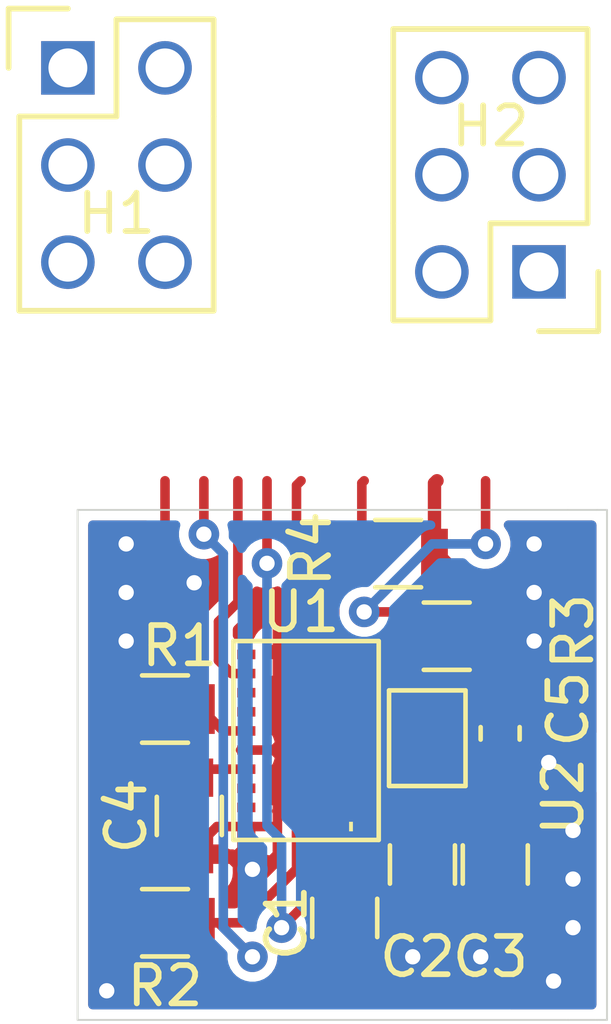
<source format=kicad_pcb>
(kicad_pcb (version 20171130) (host pcbnew "(5.1.7)-1")

  (general
    (thickness 1.6)
    (drawings 8)
    (tracks 137)
    (zones 0)
    (modules 13)
    (nets 25)
  )

  (page A4)
  (layers
    (0 F.Cu signal)
    (31 B.Cu signal)
    (32 B.Adhes user)
    (33 F.Adhes user)
    (34 B.Paste user)
    (35 F.Paste user)
    (36 B.SilkS user)
    (37 F.SilkS user)
    (38 B.Mask user)
    (39 F.Mask user)
    (40 Dwgs.User user)
    (41 Cmts.User user)
    (42 Eco1.User user)
    (43 Eco2.User user)
    (44 Edge.Cuts user)
    (45 Margin user)
    (46 B.CrtYd user)
    (47 F.CrtYd user)
    (48 B.Fab user)
    (49 F.Fab user hide)
  )

  (setup
    (last_trace_width 0.25)
    (trace_clearance 0.2)
    (zone_clearance 0.25)
    (zone_45_only no)
    (trace_min 0.2)
    (via_size 0.8)
    (via_drill 0.4)
    (via_min_size 0.4)
    (via_min_drill 0.3)
    (uvia_size 0.3)
    (uvia_drill 0.1)
    (uvias_allowed no)
    (uvia_min_size 0.2)
    (uvia_min_drill 0.1)
    (edge_width 0.05)
    (segment_width 0.2)
    (pcb_text_width 0.3)
    (pcb_text_size 1.5 1.5)
    (mod_edge_width 0.12)
    (mod_text_size 1 1)
    (mod_text_width 0.15)
    (pad_size 1.524 1.524)
    (pad_drill 0.762)
    (pad_to_mask_clearance 0)
    (aux_axis_origin 0 0)
    (grid_origin 137.541 90.297)
    (visible_elements 7FFFFFFF)
    (pcbplotparams
      (layerselection 0x010fc_ffffffff)
      (usegerberextensions false)
      (usegerberattributes true)
      (usegerberadvancedattributes true)
      (creategerberjobfile true)
      (excludeedgelayer true)
      (linewidth 0.100000)
      (plotframeref false)
      (viasonmask false)
      (mode 1)
      (useauxorigin false)
      (hpglpennumber 1)
      (hpglpenspeed 20)
      (hpglpendiameter 15.000000)
      (psnegative false)
      (psa4output false)
      (plotreference true)
      (plotvalue true)
      (plotinvisibletext false)
      (padsonsilk false)
      (subtractmaskfromsilk false)
      (outputformat 1)
      (mirror false)
      (drillshape 1)
      (scaleselection 1)
      (outputdirectory ""))
  )

  (net 0 "")
  (net 1 GND)
  (net 2 VDD)
  (net 3 VDDIO)
  (net 4 "Net-(C4-Pad1)")
  (net 5 OptionalOSCoutput)
  (net 6 nBOOT_LOAD_PIN)
  (net 7 INT)
  (net 8 nRESET)
  (net 9 OptionalOSCinput)
  (net 10 SDA)
  (net 11 SCL)
  (net 12 COM3)
  (net 13 "Net-(U1-Pad7)")
  (net 14 "Net-(U1-Pad8)")
  (net 15 "Net-(U1-Pad12)")
  (net 16 "Net-(U1-Pad13)")
  (net 17 "Net-(U1-Pad1)")
  (net 18 "Net-(U1-Pad24)")
  (net 19 "Net-(U1-Pad23)")
  (net 20 "Net-(U1-Pad22)")
  (net 21 "Net-(U1-Pad21)")
  (net 22 "Net-(H1-Pad2)")
  (net 23 "Net-(H1-Pad4)")
  (net 24 "Net-(H1-Pad6)")

  (net_class Default "This is the default net class."
    (clearance 0.2)
    (trace_width 0.25)
    (via_dia 0.8)
    (via_drill 0.4)
    (uvia_dia 0.3)
    (uvia_drill 0.1)
    (add_net COM3)
    (add_net GND)
    (add_net INT)
    (add_net "Net-(C4-Pad1)")
    (add_net "Net-(H1-Pad2)")
    (add_net "Net-(H1-Pad4)")
    (add_net "Net-(H1-Pad6)")
    (add_net "Net-(U1-Pad1)")
    (add_net "Net-(U1-Pad12)")
    (add_net "Net-(U1-Pad13)")
    (add_net "Net-(U1-Pad21)")
    (add_net "Net-(U1-Pad22)")
    (add_net "Net-(U1-Pad23)")
    (add_net "Net-(U1-Pad24)")
    (add_net "Net-(U1-Pad7)")
    (add_net "Net-(U1-Pad8)")
    (add_net OptionalOSCinput)
    (add_net OptionalOSCoutput)
    (add_net SCL)
    (add_net SDA)
    (add_net VDD)
    (add_net nBOOT_LOAD_PIN)
    (add_net nRESET)
  )

  (net_class VDDIO ""
    (clearance 0.2)
    (trace_width 0.35)
    (via_dia 1)
    (via_drill 0.4)
    (uvia_dia 0.3)
    (uvia_drill 0.1)
    (add_net VDDIO)
  )

  (module ASDK2-32.768KHZ-LR-T3:ASDK2-32.768KHZ-LR-T3 (layer F.Cu) (tedit 5FA4BF2A) (tstamp 5FA58398)
    (at 153.67 90.17 270)
    (path /5FA4E8B7)
    (fp_text reference U2 (at 1.524 -3.556 270) (layer F.SilkS)
      (effects (font (size 1 1) (thickness 0.15)))
    )
    (fp_text value ASDMB-xxxMHz (at 0.5 -4.25 270) (layer F.Fab)
      (effects (font (size 1 1) (thickness 0.15)))
    )
    (fp_line (start -1.25 -1) (end 1.25 -1) (layer F.SilkS) (width 0.12))
    (fp_line (start 1.25 -1) (end 1.25 1) (layer F.SilkS) (width 0.12))
    (fp_line (start 1.25 1) (end -1.25 1) (layer F.SilkS) (width 0.12))
    (fp_line (start -1.25 1) (end -1.25 -1) (layer F.SilkS) (width 0.12))
    (pad 4 smd rect (at -0.8125 0.6125 270) (size 1 0.9) (layers F.Cu F.Paste F.Mask)
      (net 3 VDDIO))
    (pad 3 smd rect (at 0.8125 0.6125 270) (size 1 0.9) (layers F.Cu F.Paste F.Mask)
      (net 9 OptionalOSCinput))
    (pad 2 smd rect (at 0.8125 -0.6125 270) (size 1 0.9) (layers F.Cu F.Paste F.Mask)
      (net 1 GND))
    (pad 1 smd rect (at -0.8125 -0.6125 270) (size 1 0.9) (layers F.Cu F.Paste F.Mask)
      (net 3 VDDIO))
  )

  (module footprints:C_0603_1608Metric (layer F.Cu) (tedit 5FA4BFBE) (tstamp 5FA58274)
    (at 155.575 90.043 90)
    (descr "Capacitor SMD 0603 (1608 Metric), square (rectangular) end terminal, IPC_7351 nominal, (Body size source: http://www.tortai-tech.com/upload/download/2011102023233369053.pdf), generated with kicad-footprint-generator")
    (tags capacitor)
    (path /5FA6257B)
    (attr smd)
    (fp_text reference C5 (at 0.635 1.778 90) (layer F.SilkS)
      (effects (font (size 1 1) (thickness 0.15)))
    )
    (fp_text value 0.01u (at 0 1.43 90) (layer F.Fab)
      (effects (font (size 1 1) (thickness 0.15)))
    )
    (fp_line (start 1.48 0.73) (end -1.48 0.73) (layer F.CrtYd) (width 0.05))
    (fp_line (start 1.48 -0.73) (end 1.48 0.73) (layer F.CrtYd) (width 0.05))
    (fp_line (start -1.48 -0.73) (end 1.48 -0.73) (layer F.CrtYd) (width 0.05))
    (fp_line (start -1.48 0.73) (end -1.48 -0.73) (layer F.CrtYd) (width 0.05))
    (fp_line (start -0.162779 0.51) (end 0.162779 0.51) (layer F.SilkS) (width 0.12))
    (fp_line (start -0.162779 -0.51) (end 0.162779 -0.51) (layer F.SilkS) (width 0.12))
    (fp_line (start 0.8 0.4) (end -0.8 0.4) (layer F.Fab) (width 0.1))
    (fp_line (start 0.8 -0.4) (end 0.8 0.4) (layer F.Fab) (width 0.1))
    (fp_line (start -0.8 -0.4) (end 0.8 -0.4) (layer F.Fab) (width 0.1))
    (fp_line (start -0.8 0.4) (end -0.8 -0.4) (layer F.Fab) (width 0.1))
    (fp_text user %R (at 0 0 90) (layer F.Fab)
      (effects (font (size 0.4 0.4) (thickness 0.06)))
    )
    (pad 2 smd roundrect (at 0.7875 0 90) (size 0.875 0.95) (layers F.Cu F.Paste F.Mask) (roundrect_rratio 0.25)
      (net 3 VDDIO))
    (pad 1 smd roundrect (at -0.7875 0 90) (size 0.875 0.95) (layers F.Cu F.Paste F.Mask) (roundrect_rratio 0.25)
      (net 1 GND))
    (model ${KISYS3DMOD}/Capacitor_SMD.3dshapes/C_0603_1608Metric.wrl
      (at (xyz 0 0 0))
      (scale (xyz 1 1 1))
      (rotate (xyz 0 0 0))
    )
  )

  (module BNO055:BNO055 (layer F.Cu) (tedit 5FA4BFAB) (tstamp 5F92933E)
    (at 152.4 87.63 270)
    (path /5F88CBB6)
    (fp_text reference U1 (at -0.762 2.032 180) (layer F.SilkS)
      (effects (font (size 1 1) (thickness 0.15)))
    )
    (fp_text value BNO055 (at 2.54 1.905 90) (layer F.Fab)
      (effects (font (size 1 1) (thickness 0.15)))
    )
    (fp_line (start 0 3.8) (end 0 0) (layer F.SilkS) (width 0.12))
    (fp_line (start 5.2 3.8) (end 0 3.8) (layer F.SilkS) (width 0.12))
    (fp_line (start 5.2 0) (end 5.2 3.8) (layer F.SilkS) (width 0.12))
    (fp_line (start 0 0) (end 5.2 0) (layer F.SilkS) (width 0.12))
    (pad 0 smd rect (at 4.85 0.725 270) (size 0.25 0.1) (layers F.SilkS))
    (pad 5 smd rect (at 4.9125 2.65 90) (size 0.375 0.25) (layers F.Cu F.Paste F.Mask)
      (net 1 GND))
    (pad 6 smd rect (at 4.85 3.4625 90) (size 0.25 0.475) (layers F.Cu F.Paste F.Mask)
      (net 1 GND))
    (pad 7 smd rect (at 4.35 3.4625 90) (size 0.25 0.475) (layers F.Cu F.Paste F.Mask)
      (net 13 "Net-(U1-Pad7)"))
    (pad 8 smd rect (at 3.85 3.4625 90) (size 0.25 0.475) (layers F.Cu F.Paste F.Mask)
      (net 14 "Net-(U1-Pad8)"))
    (pad 9 smd rect (at 3.35 3.4625 90) (size 0.25 0.475) (layers F.Cu F.Paste F.Mask)
      (net 4 "Net-(C4-Pad1)"))
    (pad 10 smd rect (at 2.85 3.4625 90) (size 0.25 0.475) (layers F.Cu F.Paste F.Mask)
      (net 1 GND))
    (pad 11 smd rect (at 2.35 3.4625 90) (size 0.25 0.475) (layers F.Cu F.Paste F.Mask)
      (net 8 nRESET))
    (pad 12 smd rect (at 1.85 3.4625 90) (size 0.25 0.475) (layers F.Cu F.Paste F.Mask)
      (net 15 "Net-(U1-Pad12)"))
    (pad 13 smd rect (at 1.35 3.4625 90) (size 0.25 0.475) (layers F.Cu F.Paste F.Mask)
      (net 16 "Net-(U1-Pad13)"))
    (pad 14 smd rect (at 0.85 3.4625 90) (size 0.25 0.475) (layers F.Cu F.Paste F.Mask)
      (net 7 INT))
    (pad 15 smd rect (at 0.35 3.4625 90) (size 0.25 0.475) (layers F.Cu F.Paste F.Mask))
    (pad 4 smd rect (at 4.9125 2.15 90) (size 0.375 0.25) (layers F.Cu F.Paste F.Mask)
      (net 6 nBOOT_LOAD_PIN))
    (pad 3 smd rect (at 4.9125 1.65 90) (size 0.375 0.25) (layers F.Cu F.Paste F.Mask)
      (net 2 VDD))
    (pad 2 smd rect (at 4.9125 1.15 90) (size 0.375 0.25) (layers F.Cu F.Paste F.Mask)
      (net 1 GND))
    (pad 16 smd rect (at 0.2875 2.65 270) (size 0.375 0.25) (layers F.Cu F.Paste F.Mask)
      (net 1 GND))
    (pad 17 smd rect (at 0.2875 2.15 270) (size 0.375 0.25) (layers F.Cu F.Paste F.Mask)
      (net 12 COM3))
    (pad 18 smd rect (at 0.2875 1.65 270) (size 0.375 0.25) (layers F.Cu F.Paste F.Mask)
      (net 1 GND))
    (pad 1 smd rect (at 4.85 0.3375 270) (size 0.25 0.475) (layers F.Cu F.Paste F.Mask)
      (net 17 "Net-(U1-Pad1)"))
    (pad 28 smd rect (at 4.35 0.3375 270) (size 0.25 0.475) (layers F.Cu F.Paste F.Mask)
      (net 3 VDDIO))
    (pad 27 smd rect (at 3.85 0.3375 270) (size 0.25 0.475) (layers F.Cu F.Paste F.Mask)
      (net 9 OptionalOSCinput))
    (pad 26 smd rect (at 3.35 0.3375 270) (size 0.25 0.475) (layers F.Cu F.Paste F.Mask)
      (net 5 OptionalOSCoutput))
    (pad 25 smd rect (at 2.85 0.3375 270) (size 0.25 0.475) (layers F.Cu F.Paste F.Mask)
      (net 1 GND))
    (pad 24 smd rect (at 2.35 0.3375 270) (size 0.25 0.475) (layers F.Cu F.Paste F.Mask)
      (net 18 "Net-(U1-Pad24)"))
    (pad 23 smd rect (at 1.85 0.3375 270) (size 0.25 0.475) (layers F.Cu F.Paste F.Mask)
      (net 19 "Net-(U1-Pad23)"))
    (pad 22 smd rect (at 1.35 0.3375 270) (size 0.25 0.475) (layers F.Cu F.Paste F.Mask)
      (net 20 "Net-(U1-Pad22)"))
    (pad 21 smd rect (at 0.85 0.3375 270) (size 0.25 0.475) (layers F.Cu F.Paste F.Mask)
      (net 21 "Net-(U1-Pad21)"))
    (pad 20 smd rect (at 0.35 0.3375 270) (size 0.25 0.475) (layers F.Cu F.Paste F.Mask)
      (net 10 SDA))
    (pad 19 smd rect (at 0.2875 1.15 270) (size 0.375 0.25) (layers F.Cu F.Paste F.Mask)
      (net 11 SCL))
  )

  (module footprints:C_0805_OEM (layer F.Cu) (tedit 5FA4C017) (tstamp 5F92927B)
    (at 151.511 94.869 270)
    (descr "Capacitor SMD 0805, reflow soldering, AVX (see smccp.pdf)")
    (tags "capacitor 0805")
    (path /5F891443)
    (attr smd)
    (fp_text reference C1 (at 0.127 1.524 90) (layer F.SilkS)
      (effects (font (size 1 1) (thickness 0.15)))
    )
    (fp_text value 100nF (at 0 1.75 270) (layer F.Fab) hide
      (effects (font (size 1 1) (thickness 0.15)))
    )
    (fp_line (start -1 0.62) (end -1 -0.62) (layer F.Fab) (width 0.1))
    (fp_line (start 1 0.62) (end -1 0.62) (layer F.Fab) (width 0.1))
    (fp_line (start 1 -0.62) (end 1 0.62) (layer F.Fab) (width 0.1))
    (fp_line (start -1 -0.62) (end 1 -0.62) (layer F.Fab) (width 0.1))
    (fp_line (start 0.5 -0.85) (end -0.5 -0.85) (layer F.SilkS) (width 0.12))
    (fp_line (start -0.5 0.85) (end 0.5 0.85) (layer F.SilkS) (width 0.12))
    (fp_line (start -1.75 -0.88) (end 1.75 -0.88) (layer F.CrtYd) (width 0.05))
    (fp_line (start -1.75 -0.88) (end -1.75 0.87) (layer F.CrtYd) (width 0.05))
    (fp_line (start 1.75 0.87) (end 1.75 -0.88) (layer F.CrtYd) (width 0.05))
    (fp_line (start 1.75 0.87) (end -1.75 0.87) (layer F.CrtYd) (width 0.05))
    (pad 2 smd rect (at 1 0 270) (size 1 1.25) (layers F.Cu F.Paste F.Mask)
      (net 1 GND))
    (pad 1 smd rect (at -1 0 270) (size 1 1.25) (layers F.Cu F.Paste F.Mask)
      (net 2 VDD))
    (model /home/josh/Formula/OEM_Preferred_Parts/3DModels/C_0805_OEM/C_0805.wrl
      (at (xyz 0 0 0))
      (scale (xyz 1 1 1))
      (rotate (xyz 0 0 0))
    )
  )

  (module footprints:C_0805_OEM (layer F.Cu) (tedit 5FA4C02A) (tstamp 5F92BE6C)
    (at 153.543 93.472 90)
    (descr "Capacitor SMD 0805, reflow soldering, AVX (see smccp.pdf)")
    (tags "capacitor 0805")
    (path /5F88FAE1)
    (attr smd)
    (fp_text reference C2 (at -2.413 -0.127 180) (layer F.SilkS)
      (effects (font (size 1 1) (thickness 0.15)))
    )
    (fp_text value 6.8nF (at 0 1.75 90) (layer F.Fab) hide
      (effects (font (size 1 1) (thickness 0.15)))
    )
    (fp_line (start -1 0.62) (end -1 -0.62) (layer F.Fab) (width 0.1))
    (fp_line (start 1 0.62) (end -1 0.62) (layer F.Fab) (width 0.1))
    (fp_line (start 1 -0.62) (end 1 0.62) (layer F.Fab) (width 0.1))
    (fp_line (start -1 -0.62) (end 1 -0.62) (layer F.Fab) (width 0.1))
    (fp_line (start 0.5 -0.85) (end -0.5 -0.85) (layer F.SilkS) (width 0.12))
    (fp_line (start -0.5 0.85) (end 0.5 0.85) (layer F.SilkS) (width 0.12))
    (fp_line (start -1.75 -0.88) (end 1.75 -0.88) (layer F.CrtYd) (width 0.05))
    (fp_line (start -1.75 -0.88) (end -1.75 0.87) (layer F.CrtYd) (width 0.05))
    (fp_line (start 1.75 0.87) (end 1.75 -0.88) (layer F.CrtYd) (width 0.05))
    (fp_line (start 1.75 0.87) (end -1.75 0.87) (layer F.CrtYd) (width 0.05))
    (pad 2 smd rect (at 1 0 90) (size 1 1.25) (layers F.Cu F.Paste F.Mask)
      (net 3 VDDIO))
    (pad 1 smd rect (at -1 0 90) (size 1 1.25) (layers F.Cu F.Paste F.Mask)
      (net 1 GND))
    (model /home/josh/Formula/OEM_Preferred_Parts/3DModels/C_0805_OEM/C_0805.wrl
      (at (xyz 0 0 0))
      (scale (xyz 1 1 1))
      (rotate (xyz 0 0 0))
    )
  )

  (module footprints:C_0805_OEM (layer F.Cu) (tedit 5FA4C02D) (tstamp 5F92929B)
    (at 155.448 93.472 90)
    (descr "Capacitor SMD 0805, reflow soldering, AVX (see smccp.pdf)")
    (tags "capacitor 0805")
    (path /5F891168)
    (attr smd)
    (fp_text reference C3 (at -2.413 -0.127 180) (layer F.SilkS)
      (effects (font (size 1 1) (thickness 0.15)))
    )
    (fp_text value 120nF (at 0 1.75 90) (layer F.Fab) hide
      (effects (font (size 1 1) (thickness 0.15)))
    )
    (fp_line (start 1.75 0.87) (end -1.75 0.87) (layer F.CrtYd) (width 0.05))
    (fp_line (start 1.75 0.87) (end 1.75 -0.88) (layer F.CrtYd) (width 0.05))
    (fp_line (start -1.75 -0.88) (end -1.75 0.87) (layer F.CrtYd) (width 0.05))
    (fp_line (start -1.75 -0.88) (end 1.75 -0.88) (layer F.CrtYd) (width 0.05))
    (fp_line (start -0.5 0.85) (end 0.5 0.85) (layer F.SilkS) (width 0.12))
    (fp_line (start 0.5 -0.85) (end -0.5 -0.85) (layer F.SilkS) (width 0.12))
    (fp_line (start -1 -0.62) (end 1 -0.62) (layer F.Fab) (width 0.1))
    (fp_line (start 1 -0.62) (end 1 0.62) (layer F.Fab) (width 0.1))
    (fp_line (start 1 0.62) (end -1 0.62) (layer F.Fab) (width 0.1))
    (fp_line (start -1 0.62) (end -1 -0.62) (layer F.Fab) (width 0.1))
    (pad 1 smd rect (at -1 0 90) (size 1 1.25) (layers F.Cu F.Paste F.Mask)
      (net 1 GND))
    (pad 2 smd rect (at 1 0 90) (size 1 1.25) (layers F.Cu F.Paste F.Mask)
      (net 3 VDDIO))
    (model /home/josh/Formula/OEM_Preferred_Parts/3DModels/C_0805_OEM/C_0805.wrl
      (at (xyz 0 0 0))
      (scale (xyz 1 1 1))
      (rotate (xyz 0 0 0))
    )
  )

  (module footprints:C_0805_OEM (layer F.Cu) (tedit 5FA4BE38) (tstamp 5F9292AB)
    (at 147.447 92.202 270)
    (descr "Capacitor SMD 0805, reflow soldering, AVX (see smccp.pdf)")
    (tags "capacitor 0805")
    (path /5F88E6B7)
    (attr smd)
    (fp_text reference C4 (at 0 1.651 90) (layer F.SilkS)
      (effects (font (size 1 1) (thickness 0.15)))
    )
    (fp_text value 100nF (at 0 1.75 270) (layer F.Fab) hide
      (effects (font (size 1 1) (thickness 0.15)))
    )
    (fp_line (start 1.75 0.87) (end -1.75 0.87) (layer F.CrtYd) (width 0.05))
    (fp_line (start 1.75 0.87) (end 1.75 -0.88) (layer F.CrtYd) (width 0.05))
    (fp_line (start -1.75 -0.88) (end -1.75 0.87) (layer F.CrtYd) (width 0.05))
    (fp_line (start -1.75 -0.88) (end 1.75 -0.88) (layer F.CrtYd) (width 0.05))
    (fp_line (start -0.5 0.85) (end 0.5 0.85) (layer F.SilkS) (width 0.12))
    (fp_line (start 0.5 -0.85) (end -0.5 -0.85) (layer F.SilkS) (width 0.12))
    (fp_line (start -1 -0.62) (end 1 -0.62) (layer F.Fab) (width 0.1))
    (fp_line (start 1 -0.62) (end 1 0.62) (layer F.Fab) (width 0.1))
    (fp_line (start 1 0.62) (end -1 0.62) (layer F.Fab) (width 0.1))
    (fp_line (start -1 0.62) (end -1 -0.62) (layer F.Fab) (width 0.1))
    (pad 1 smd rect (at -1 0 270) (size 1 1.25) (layers F.Cu F.Paste F.Mask)
      (net 4 "Net-(C4-Pad1)"))
    (pad 2 smd rect (at 1 0 270) (size 1 1.25) (layers F.Cu F.Paste F.Mask)
      (net 1 GND))
    (model /home/josh/Formula/OEM_Preferred_Parts/3DModels/C_0805_OEM/C_0805.wrl
      (at (xyz 0 0 0))
      (scale (xyz 1 1 1))
      (rotate (xyz 0 0 0))
    )
  )

  (module footprints:Pin_Header_Straight_2x03 (layer F.Cu) (tedit 5BB5911C) (tstamp 5F9292C2)
    (at 144.272 72.644)
    (descr "Through hole pin header")
    (tags "pin header")
    (path /5F967336)
    (fp_text reference H1 (at 1.27 3.81) (layer F.SilkS)
      (effects (font (size 1 1) (thickness 0.15)))
    )
    (fp_text value Header_2x3 (at 1.27 7.874) (layer F.Fab) hide
      (effects (font (size 1 1) (thickness 0.15)))
    )
    (fp_line (start 3.81 1.27) (end 3.81 -1.27) (layer F.SilkS) (width 0.15))
    (fp_line (start 3.81 -1.27) (end 1.27 -1.27) (layer F.SilkS) (width 0.15))
    (fp_line (start -1.55 -1.55) (end -1.55 0) (layer F.SilkS) (width 0.15))
    (fp_line (start 3.81 6.35) (end 3.81 1.27) (layer F.SilkS) (width 0.15))
    (fp_line (start -1.27 6.35) (end 3.81 6.35) (layer F.SilkS) (width 0.15))
    (fp_line (start 1.27 1.27) (end -1.27 1.27) (layer F.SilkS) (width 0.15))
    (fp_line (start 1.27 -1.27) (end 1.27 1.27) (layer F.SilkS) (width 0.15))
    (fp_line (start -1.75 6.85) (end 4.3 6.85) (layer F.CrtYd) (width 0.05))
    (fp_line (start -1.75 -1.75) (end 4.3 -1.75) (layer F.CrtYd) (width 0.05))
    (fp_line (start 4.3 -1.75) (end 4.3 6.85) (layer F.CrtYd) (width 0.05))
    (fp_line (start -1.75 -1.75) (end -1.75 6.85) (layer F.CrtYd) (width 0.05))
    (fp_line (start -1.55 -1.55) (end 0 -1.55) (layer F.SilkS) (width 0.15))
    (fp_line (start -1.27 1.27) (end -1.27 6.35) (layer F.SilkS) (width 0.15))
    (pad 1 thru_hole rect (at 0 0) (size 1.4 1.4) (drill 1.016) (layers *.Cu *.Mask)
      (net 1 GND))
    (pad 2 thru_hole circle (at 2.54 0) (size 1.4 1.4) (drill 1.016) (layers *.Cu *.Mask)
      (net 22 "Net-(H1-Pad2)"))
    (pad 3 thru_hole circle (at 0 2.54) (size 1.4 1.4) (drill 1.016) (layers *.Cu *.Mask)
      (net 2 VDD))
    (pad 4 thru_hole circle (at 2.54 2.54) (size 1.4 1.4) (drill 1.016) (layers *.Cu *.Mask)
      (net 23 "Net-(H1-Pad4)"))
    (pad 5 thru_hole circle (at 0 5.08) (size 1.4 1.4) (drill 1.016) (layers *.Cu *.Mask)
      (net 3 VDDIO))
    (pad 6 thru_hole circle (at 2.54 5.08) (size 1.4 1.4) (drill 1.016) (layers *.Cu *.Mask)
      (net 24 "Net-(H1-Pad6)"))
    (model Pin_Headers.3dshapes/Pin_Header_Straight_2x03.wrl
      (offset (xyz 1.269999980926514 -2.539999961853027 0))
      (scale (xyz 1 1 1))
      (rotate (xyz 0 0 90))
    )
  )

  (module footprints:Pin_Header_Straight_2x03 (layer F.Cu) (tedit 5BB5911C) (tstamp 5F9292D9)
    (at 156.591 77.978 180)
    (descr "Through hole pin header")
    (tags "pin header")
    (path /5F967DE8)
    (fp_text reference H2 (at 1.27 3.81) (layer F.SilkS)
      (effects (font (size 1 1) (thickness 0.15)))
    )
    (fp_text value Header_2x3 (at 1.27 7.874) (layer F.Fab) hide
      (effects (font (size 1 1) (thickness 0.15)))
    )
    (fp_line (start -1.27 1.27) (end -1.27 6.35) (layer F.SilkS) (width 0.15))
    (fp_line (start -1.55 -1.55) (end 0 -1.55) (layer F.SilkS) (width 0.15))
    (fp_line (start -1.75 -1.75) (end -1.75 6.85) (layer F.CrtYd) (width 0.05))
    (fp_line (start 4.3 -1.75) (end 4.3 6.85) (layer F.CrtYd) (width 0.05))
    (fp_line (start -1.75 -1.75) (end 4.3 -1.75) (layer F.CrtYd) (width 0.05))
    (fp_line (start -1.75 6.85) (end 4.3 6.85) (layer F.CrtYd) (width 0.05))
    (fp_line (start 1.27 -1.27) (end 1.27 1.27) (layer F.SilkS) (width 0.15))
    (fp_line (start 1.27 1.27) (end -1.27 1.27) (layer F.SilkS) (width 0.15))
    (fp_line (start -1.27 6.35) (end 3.81 6.35) (layer F.SilkS) (width 0.15))
    (fp_line (start 3.81 6.35) (end 3.81 1.27) (layer F.SilkS) (width 0.15))
    (fp_line (start -1.55 -1.55) (end -1.55 0) (layer F.SilkS) (width 0.15))
    (fp_line (start 3.81 -1.27) (end 1.27 -1.27) (layer F.SilkS) (width 0.15))
    (fp_line (start 3.81 1.27) (end 3.81 -1.27) (layer F.SilkS) (width 0.15))
    (pad 6 thru_hole circle (at 2.54 5.08 180) (size 1.4 1.4) (drill 1.016) (layers *.Cu *.Mask)
      (net 7 INT))
    (pad 5 thru_hole circle (at 0 5.08 180) (size 1.4 1.4) (drill 1.016) (layers *.Cu *.Mask)
      (net 10 SDA))
    (pad 4 thru_hole circle (at 2.54 2.54 180) (size 1.4 1.4) (drill 1.016) (layers *.Cu *.Mask)
      (net 8 nRESET))
    (pad 3 thru_hole circle (at 0 2.54 180) (size 1.4 1.4) (drill 1.016) (layers *.Cu *.Mask)
      (net 11 SCL))
    (pad 2 thru_hole circle (at 2.54 0 180) (size 1.4 1.4) (drill 1.016) (layers *.Cu *.Mask)
      (net 6 nBOOT_LOAD_PIN))
    (pad 1 thru_hole rect (at 0 0 180) (size 1.4 1.4) (drill 1.016) (layers *.Cu *.Mask)
      (net 12 COM3))
    (model Pin_Headers.3dshapes/Pin_Header_Straight_2x03.wrl
      (offset (xyz 1.269999980926514 -2.539999961853027 0))
      (scale (xyz 1 1 1))
      (rotate (xyz 0 0 90))
    )
  )

  (module footprints:R_0805_OEM (layer F.Cu) (tedit 5FA4BF52) (tstamp 5F9292E9)
    (at 146.812 89.408)
    (descr "Resistor SMD 0805, reflow soldering, Vishay (see dcrcw.pdf)")
    (tags "resistor 0805")
    (path /5F893414)
    (attr smd)
    (fp_text reference R1 (at 0.381 -1.651) (layer F.SilkS)
      (effects (font (size 1 1) (thickness 0.15)))
    )
    (fp_text value "Optional 10k" (at 0 1.75) (layer F.Fab) hide
      (effects (font (size 1 1) (thickness 0.15)))
    )
    (fp_line (start -1 0.62) (end -1 -0.62) (layer F.Fab) (width 0.1))
    (fp_line (start 1 0.62) (end -1 0.62) (layer F.Fab) (width 0.1))
    (fp_line (start 1 -0.62) (end 1 0.62) (layer F.Fab) (width 0.1))
    (fp_line (start -1 -0.62) (end 1 -0.62) (layer F.Fab) (width 0.1))
    (fp_line (start 0.6 0.88) (end -0.6 0.88) (layer F.SilkS) (width 0.12))
    (fp_line (start -0.6 -0.88) (end 0.6 -0.88) (layer F.SilkS) (width 0.12))
    (fp_line (start -1.55 -0.9) (end 1.55 -0.9) (layer F.CrtYd) (width 0.05))
    (fp_line (start -1.55 -0.9) (end -1.55 0.9) (layer F.CrtYd) (width 0.05))
    (fp_line (start 1.55 0.9) (end 1.55 -0.9) (layer F.CrtYd) (width 0.05))
    (fp_line (start 1.55 0.9) (end -1.55 0.9) (layer F.CrtYd) (width 0.05))
    (pad 2 smd rect (at 0.95 0) (size 0.7 1.3) (layers F.Cu F.Paste F.Mask)
      (net 8 nRESET))
    (pad 1 smd rect (at -0.95 0) (size 0.7 1.3) (layers F.Cu F.Paste F.Mask)
      (net 3 VDDIO))
    (model "/home/josh/Formula/OEM_Preferred_Parts/3DModels/WRL Files/res0805.wrl"
      (at (xyz 0 0 0))
      (scale (xyz 1 1 1))
      (rotate (xyz 0 0 0))
    )
  )

  (module footprints:R_0805_OEM (layer F.Cu) (tedit 5FA4BE2B) (tstamp 5F92B684)
    (at 146.812 94.996)
    (descr "Resistor SMD 0805, reflow soldering, Vishay (see dcrcw.pdf)")
    (tags "resistor 0805")
    (path /5F892DB2)
    (attr smd)
    (fp_text reference R2 (at 0 1.651 180) (layer F.SilkS)
      (effects (font (size 1 1) (thickness 0.15)))
    )
    (fp_text value "Pull-up 10k" (at 0 1.75) (layer F.Fab) hide
      (effects (font (size 1 1) (thickness 0.15)))
    )
    (fp_line (start 1.55 0.9) (end -1.55 0.9) (layer F.CrtYd) (width 0.05))
    (fp_line (start 1.55 0.9) (end 1.55 -0.9) (layer F.CrtYd) (width 0.05))
    (fp_line (start -1.55 -0.9) (end -1.55 0.9) (layer F.CrtYd) (width 0.05))
    (fp_line (start -1.55 -0.9) (end 1.55 -0.9) (layer F.CrtYd) (width 0.05))
    (fp_line (start -0.6 -0.88) (end 0.6 -0.88) (layer F.SilkS) (width 0.12))
    (fp_line (start 0.6 0.88) (end -0.6 0.88) (layer F.SilkS) (width 0.12))
    (fp_line (start -1 -0.62) (end 1 -0.62) (layer F.Fab) (width 0.1))
    (fp_line (start 1 -0.62) (end 1 0.62) (layer F.Fab) (width 0.1))
    (fp_line (start 1 0.62) (end -1 0.62) (layer F.Fab) (width 0.1))
    (fp_line (start -1 0.62) (end -1 -0.62) (layer F.Fab) (width 0.1))
    (pad 1 smd rect (at -0.95 0) (size 0.7 1.3) (layers F.Cu F.Paste F.Mask)
      (net 3 VDDIO))
    (pad 2 smd rect (at 0.95 0) (size 0.7 1.3) (layers F.Cu F.Paste F.Mask)
      (net 6 nBOOT_LOAD_PIN))
    (model "/home/josh/Formula/OEM_Preferred_Parts/3DModels/WRL Files/res0805.wrl"
      (at (xyz 0 0 0))
      (scale (xyz 1 1 1))
      (rotate (xyz 0 0 0))
    )
  )

  (module footprints:R_0805_OEM (layer F.Cu) (tedit 5FA4BFB5) (tstamp 5F929309)
    (at 154.178 87.503 180)
    (descr "Resistor SMD 0805, reflow soldering, Vishay (see dcrcw.pdf)")
    (tags "resistor 0805")
    (path /5F8925D6)
    (attr smd)
    (fp_text reference R3 (at -3.302 0.127 90) (layer F.SilkS)
      (effects (font (size 1 1) (thickness 0.15)))
    )
    (fp_text value Rpull (at 0 1.75 180) (layer F.Fab) hide
      (effects (font (size 1 1) (thickness 0.15)))
    )
    (fp_line (start 1.55 0.9) (end -1.55 0.9) (layer F.CrtYd) (width 0.05))
    (fp_line (start 1.55 0.9) (end 1.55 -0.9) (layer F.CrtYd) (width 0.05))
    (fp_line (start -1.55 -0.9) (end -1.55 0.9) (layer F.CrtYd) (width 0.05))
    (fp_line (start -1.55 -0.9) (end 1.55 -0.9) (layer F.CrtYd) (width 0.05))
    (fp_line (start -0.6 -0.88) (end 0.6 -0.88) (layer F.SilkS) (width 0.12))
    (fp_line (start 0.6 0.88) (end -0.6 0.88) (layer F.SilkS) (width 0.12))
    (fp_line (start -1 -0.62) (end 1 -0.62) (layer F.Fab) (width 0.1))
    (fp_line (start 1 -0.62) (end 1 0.62) (layer F.Fab) (width 0.1))
    (fp_line (start 1 0.62) (end -1 0.62) (layer F.Fab) (width 0.1))
    (fp_line (start -1 0.62) (end -1 -0.62) (layer F.Fab) (width 0.1))
    (pad 1 smd rect (at -0.95 0 180) (size 0.7 1.3) (layers F.Cu F.Paste F.Mask)
      (net 3 VDDIO))
    (pad 2 smd rect (at 0.95 0 180) (size 0.7 1.3) (layers F.Cu F.Paste F.Mask)
      (net 10 SDA))
    (model "/home/josh/Formula/OEM_Preferred_Parts/3DModels/WRL Files/res0805.wrl"
      (at (xyz 0 0 0))
      (scale (xyz 1 1 1))
      (rotate (xyz 0 0 0))
    )
  )

  (module footprints:R_0805_OEM (layer F.Cu) (tedit 5FA4BFA7) (tstamp 5F929319)
    (at 152.908 85.344 180)
    (descr "Resistor SMD 0805, reflow soldering, Vishay (see dcrcw.pdf)")
    (tags "resistor 0805")
    (path /5F891E2A)
    (attr smd)
    (fp_text reference R4 (at 2.286 0.127 270) (layer F.SilkS)
      (effects (font (size 1 1) (thickness 0.15)))
    )
    (fp_text value Rpull (at 0 1.75 180) (layer F.Fab) hide
      (effects (font (size 1 1) (thickness 0.15)))
    )
    (fp_line (start -1 0.62) (end -1 -0.62) (layer F.Fab) (width 0.1))
    (fp_line (start 1 0.62) (end -1 0.62) (layer F.Fab) (width 0.1))
    (fp_line (start 1 -0.62) (end 1 0.62) (layer F.Fab) (width 0.1))
    (fp_line (start -1 -0.62) (end 1 -0.62) (layer F.Fab) (width 0.1))
    (fp_line (start 0.6 0.88) (end -0.6 0.88) (layer F.SilkS) (width 0.12))
    (fp_line (start -0.6 -0.88) (end 0.6 -0.88) (layer F.SilkS) (width 0.12))
    (fp_line (start -1.55 -0.9) (end 1.55 -0.9) (layer F.CrtYd) (width 0.05))
    (fp_line (start -1.55 -0.9) (end -1.55 0.9) (layer F.CrtYd) (width 0.05))
    (fp_line (start 1.55 0.9) (end 1.55 -0.9) (layer F.CrtYd) (width 0.05))
    (fp_line (start 1.55 0.9) (end -1.55 0.9) (layer F.CrtYd) (width 0.05))
    (pad 2 smd rect (at 0.95 0 180) (size 0.7 1.3) (layers F.Cu F.Paste F.Mask)
      (net 11 SCL))
    (pad 1 smd rect (at -0.95 0 180) (size 0.7 1.3) (layers F.Cu F.Paste F.Mask)
      (net 3 VDDIO))
    (model "/home/josh/Formula/OEM_Preferred_Parts/3DModels/WRL Files/res0805.wrl"
      (at (xyz 0 0 0))
      (scale (xyz 1 1 1))
      (rotate (xyz 0 0 0))
    )
  )

  (gr_line (start 158.115 84.201) (end 158.369 84.201) (angle 90) (layer Edge.Cuts) (width 0.05))
  (gr_line (start 158.369 97.536) (end 158.115 97.536) (angle 90) (layer Edge.Cuts) (width 0.05))
  (gr_line (start 157.353 97.536) (end 158.115 97.536) (angle 90) (layer Edge.Cuts) (width 0.05))
  (gr_line (start 157.353 84.201) (end 158.115 84.201) (angle 90) (layer Edge.Cuts) (width 0.05))
  (gr_line (start 144.526 97.536) (end 157.353 97.536) (angle 90) (layer Edge.Cuts) (width 0.05))
  (gr_line (start 144.526 84.201) (end 144.526 97.536) (angle 90) (layer Edge.Cuts) (width 0.05))
  (gr_line (start 158.369 84.201) (end 158.369 97.536) (angle 90) (layer Edge.Cuts) (width 0.05))
  (gr_line (start 144.526 84.201) (end 157.353 84.201) (angle 90) (layer Edge.Cuts) (width 0.05))

  (segment (start 148.9375 92.48) (end 148.169 92.48) (width 0.25) (layer F.Cu) (net 1) (status 400000))
  (segment (start 148.169 92.48) (end 147.447 93.202) (width 0.25) (layer F.Cu) (net 1) (tstamp 5FA59692) (status 800000))
  (segment (start 148.9375 92.48) (end 149.6875 92.48) (width 0.25) (layer F.Cu) (net 1) (status C00000))
  (segment (start 149.6875 92.48) (end 149.75 92.5425) (width 0.25) (layer F.Cu) (net 1) (tstamp 5FA59699) (status C00000))
  (segment (start 149.75 92.5425) (end 149.75 92.092) (width 0.25) (layer F.Cu) (net 1) (status 400000))
  (segment (start 149.75 92.092) (end 149.733 92.075) (width 0.25) (layer F.Cu) (net 1) (tstamp 5FA59782))
  (via (at 156.464 85.09) (size 0.8) (drill 0.4) (layers F.Cu B.Cu) (net 1))
  (segment (start 156.464 90.424) (end 156.464 87.63) (width 0.25) (layer B.Cu) (net 1) (tstamp 5FA59C65))
  (segment (start 156.845 90.805) (end 156.464 90.424) (width 0.25) (layer B.Cu) (net 1) (tstamp 5FA59C64))
  (via (at 156.845 90.805) (size 0.8) (drill 0.4) (layers F.Cu B.Cu) (net 1))
  (segment (start 156.8195 90.8305) (end 156.845 90.805) (width 0.25) (layer F.Cu) (net 1) (tstamp 5FA59C62))
  (segment (start 155.575 90.8305) (end 156.8195 90.8305) (width 0.25) (layer F.Cu) (net 1) (status 400000))
  (via (at 156.464 87.63) (size 0.8) (drill 0.4) (layers F.Cu B.Cu) (net 1))
  (segment (start 156.464 86.487) (end 156.464 87.63) (width 0.25) (layer B.Cu) (net 1) (tstamp 5FA597A7))
  (segment (start 156.464 86.487) (end 156.464 86.36) (width 0.25) (layer B.Cu) (net 1) (tstamp 5FA597A8))
  (via (at 156.464 86.36) (size 0.8) (drill 0.4) (layers F.Cu B.Cu) (net 1))
  (segment (start 156.464 86.36) (end 156.464 85.09) (width 0.25) (layer F.Cu) (net 1) (tstamp 5FA597AB))
  (segment (start 151.511 95.869) (end 153.273 95.869) (width 0.25) (layer F.Cu) (net 1) (status 400000))
  (segment (start 155.067 95.885) (end 155.194 95.885) (width 0.25) (layer F.Cu) (net 1) (tstamp 5FA59C1A))
  (via (at 155.067 95.885) (size 0.8) (drill 0.4) (layers F.Cu B.Cu) (net 1))
  (via (at 153.289 95.885) (size 0.8) (drill 0.4) (layers F.Cu B.Cu) (net 1))
  (segment (start 153.289 95.885) (end 155.067 95.885) (width 0.25) (layer B.Cu) (net 1) (tstamp 5FA59C17))
  (segment (start 153.273 95.869) (end 153.289 95.885) (width 0.25) (layer F.Cu) (net 1) (tstamp 5FA59C15))
  (segment (start 153.543 94.472) (end 153.543 95.631) (width 0.25) (layer F.Cu) (net 1) (status 400000))
  (segment (start 153.543 95.631) (end 153.289 95.885) (width 0.25) (layer F.Cu) (net 1) (tstamp 5FA59C73))
  (segment (start 153.543 94.472) (end 155.448 94.472) (width 0.25) (layer F.Cu) (net 1) (status C00000))
  (segment (start 155.448 94.472) (end 155.448 95.504) (width 0.25) (layer F.Cu) (net 1) (status 400000))
  (segment (start 155.448 95.504) (end 155.067 95.885) (width 0.25) (layer F.Cu) (net 1) (tstamp 5FA59C7A))
  (segment (start 154.2825 90.9825) (end 155.423 90.9825) (width 0.25) (layer F.Cu) (net 1) (status C00000))
  (segment (start 155.423 90.9825) (end 155.575 90.8305) (width 0.25) (layer F.Cu) (net 1) (tstamp 5FA59C7F) (status C00000))
  (segment (start 155.067 95.885) (end 156.337 95.885) (width 0.25) (layer B.Cu) (net 1))
  (segment (start 157.48 92.583) (end 157.48 92.71) (width 0.25) (layer B.Cu) (net 1) (tstamp 5FA59C8E))
  (via (at 157.48 92.583) (size 0.8) (drill 0.4) (layers F.Cu B.Cu) (net 1))
  (segment (start 157.48 93.853) (end 157.48 92.583) (width 0.25) (layer F.Cu) (net 1) (tstamp 5FA59C8B))
  (via (at 157.48 93.853) (size 0.8) (drill 0.4) (layers F.Cu B.Cu) (net 1))
  (segment (start 157.48 95.123) (end 157.48 93.853) (width 0.25) (layer B.Cu) (net 1) (tstamp 5FA59C88))
  (via (at 157.48 95.123) (size 0.8) (drill 0.4) (layers F.Cu B.Cu) (net 1))
  (segment (start 157.48 96.012) (end 157.48 95.123) (width 0.25) (layer F.Cu) (net 1) (tstamp 5FA59C85))
  (segment (start 156.972 96.52) (end 157.48 96.012) (width 0.25) (layer F.Cu) (net 1) (tstamp 5FA59C84))
  (via (at 156.972 96.52) (size 0.8) (drill 0.4) (layers F.Cu B.Cu) (net 1))
  (segment (start 156.337 95.885) (end 156.972 96.52) (width 0.25) (layer B.Cu) (net 1) (tstamp 5FA59C82))
  (segment (start 147.447 93.202) (end 148.574 93.202) (width 0.25) (layer F.Cu) (net 1) (status 400000))
  (via (at 149.098 93.599) (size 0.8) (drill 0.4) (layers F.Cu B.Cu) (net 1))
  (segment (start 148.971 93.599) (end 149.098 93.599) (width 0.25) (layer F.Cu) (net 1) (tstamp 5FA5A8ED))
  (segment (start 148.574 93.202) (end 148.971 93.599) (width 0.25) (layer F.Cu) (net 1) (tstamp 5FA5A8EC))
  (segment (start 147.447 92.329) (end 146.558 92.329) (width 0.25) (layer F.Cu) (net 1))
  (segment (start 147.32 92.202) (end 147.447 92.329) (width 0.25) (layer F.Cu) (net 1) (tstamp 5FA5A976))
  (segment (start 146.431 92.202) (end 147.32 92.202) (width 0.25) (layer F.Cu) (net 1))
  (segment (start 146.558 92.329) (end 146.431 92.202) (width 0.25) (layer F.Cu) (net 1) (tstamp 5FA5A973))
  (via (at 147.574 86.106) (size 0.8) (drill 0.4) (layers F.Cu B.Cu) (net 1))
  (via (at 145.796 87.63) (size 0.8) (drill 0.4) (layers F.Cu B.Cu) (net 1))
  (segment (start 147.574 86.106) (end 145.796 86.36) (width 0.25) (layer B.Cu) (net 1) (tstamp 5FA5A9C7))
  (via (at 145.796 86.36) (size 0.8) (drill 0.4) (layers F.Cu B.Cu) (net 1))
  (segment (start 145.796 86.36) (end 145.796 85.09) (width 0.25) (layer F.Cu) (net 1) (tstamp 5FA5A9CA))
  (via (at 145.796 85.09) (size 0.8) (drill 0.4) (layers F.Cu B.Cu) (net 1))
  (segment (start 145.796 85.09) (end 145.796 87.63) (width 0.25) (layer B.Cu) (net 1) (tstamp 5FA5A9CD))
  (via (at 145.288 96.774) (size 0.8) (drill 0.4) (layers F.Cu B.Cu) (net 1))
  (segment (start 150.75 92.5425) (end 150.75 93.091) (width 0.25) (layer F.Cu) (net 2) (status 400000))
  (segment (start 150.75 93.091) (end 150.75 93.108) (width 0.25) (layer F.Cu) (net 2) (tstamp 5FA5A8F8))
  (segment (start 150.75 93.108) (end 151.511 93.869) (width 0.25) (layer F.Cu) (net 2) (tstamp 5FA591B1) (status 800000))
  (segment (start 149.479 85.598) (end 149.479 83.439) (width 0.25) (layer F.Cu) (net 2) (tstamp 5FA5A901))
  (via (at 149.479 85.598) (size 0.8) (drill 0.4) (layers F.Cu B.Cu) (net 2))
  (segment (start 149.479 92.456) (end 149.479 85.598) (width 0.25) (layer B.Cu) (net 2) (tstamp 5FA5A8FF))
  (segment (start 149.86 92.837) (end 149.479 92.456) (width 0.25) (layer B.Cu) (net 2) (tstamp 5FA5A8FE))
  (segment (start 149.86 95.123) (end 149.86 92.837) (width 0.25) (layer B.Cu) (net 2) (tstamp 5FA5A8FD))
  (segment (start 149.86 95.123) (end 149.86 95.123) (width 0.25) (layer B.Cu) (net 2) (tstamp 5FA5A8FC))
  (via (at 149.86 95.123) (size 0.8) (drill 0.4) (layers F.Cu B.Cu) (net 2))
  (segment (start 150.622 94.361) (end 149.86 95.123) (width 0.25) (layer F.Cu) (net 2) (tstamp 5FA5A915))
  (segment (start 151.511 93.869) (end 151.114 93.869) (width 0.25) (layer F.Cu) (net 2) (status C00000))
  (segment (start 151.114 93.869) (end 150.622 94.361) (width 0.25) (layer F.Cu) (net 2) (tstamp 5FA5A912) (status 400000))
  (segment (start 153.0575 89.3575) (end 154.2825 89.3575) (width 0.35) (layer F.Cu) (net 3) (status C00000))
  (segment (start 154.2825 89.3575) (end 154.3845 89.2555) (width 0.35) (layer F.Cu) (net 3) (tstamp 5FA591A9) (status C00000))
  (segment (start 154.3845 89.2555) (end 155.575 89.2555) (width 0.35) (layer F.Cu) (net 3) (tstamp 5FA591AA) (status C00000))
  (segment (start 152.0625 91.98) (end 153.051 91.98) (width 0.35) (layer F.Cu) (net 3) (status C00000))
  (segment (start 153.051 91.98) (end 153.543 92.472) (width 0.35) (layer F.Cu) (net 3) (tstamp 5FA591AD) (status C00000))
  (segment (start 153.543 92.472) (end 155.448 92.472) (width 0.35) (layer F.Cu) (net 3) (tstamp 5FA591AE) (status C00000))
  (segment (start 155.128 87.503) (end 155.128 87.945) (width 0.35) (layer F.Cu) (net 3) (status C00000))
  (segment (start 155.575 88.392) (end 155.575 89.2555) (width 0.35) (layer F.Cu) (net 3) (tstamp 5FA591B5) (status 800000))
  (segment (start 155.128 87.945) (end 155.575 88.392) (width 0.35) (layer F.Cu) (net 3) (tstamp 5FA591B4) (status 400000))
  (segment (start 156.226 92.472) (end 155.448 92.472) (width 0.35) (layer F.Cu) (net 3) (tstamp 5FA591CC) (status 800000))
  (segment (start 156.591 92.837) (end 156.226 92.472) (width 0.35) (layer F.Cu) (net 3) (tstamp 5FA591CB))
  (segment (start 145.862 89.408) (end 145.862 94.681) (width 0.35) (layer F.Cu) (net 3) (status 400000))
  (segment (start 153.858 85.344) (end 153.924 85.344) (width 0.35) (layer F.Cu) (net 3) (status C00000))
  (segment (start 155.128 86.548) (end 155.128 87.503) (width 0.35) (layer F.Cu) (net 3) (tstamp 5FA59C12) (status 800000))
  (segment (start 153.924 85.344) (end 155.128 86.548) (width 0.35) (layer F.Cu) (net 3) (tstamp 5FA59C11) (status 400000))
  (segment (start 155.575 89.2555) (end 156.4385 89.2555) (width 0.35) (layer F.Cu) (net 3) (status 400000))
  (segment (start 156.591 92.202) (end 156.591 92.837) (width 0.35) (layer F.Cu) (net 3) (tstamp 5FA59C70))
  (segment (start 157.734 91.059) (end 156.591 92.202) (width 0.35) (layer F.Cu) (net 3) (tstamp 5FA59C6F))
  (segment (start 157.734 90.551) (end 157.734 91.059) (width 0.35) (layer F.Cu) (net 3) (tstamp 5FA59C6E))
  (segment (start 157.48 90.297) (end 157.734 90.551) (width 0.35) (layer F.Cu) (net 3))
  (segment (start 156.4385 89.2555) (end 157.48 90.297) (width 0.35) (layer F.Cu) (net 3) (tstamp 5FA59C68))
  (segment (start 153.858 85.344) (end 153.858 83.505) (width 0.35) (layer F.Cu) (net 3) (status 400000))
  (segment (start 153.858 83.505) (end 153.924 83.439) (width 0.35) (layer F.Cu) (net 3) (tstamp 5FA5A97B))
  (segment (start 145.862 94.996) (end 145.862 95.824) (width 0.35) (layer F.Cu) (net 3) (status 400000))
  (segment (start 156.591 95.631) (end 156.591 92.837) (width 0.35) (layer F.Cu) (net 3) (tstamp 5FA5A9BC))
  (segment (start 155.321 96.901) (end 156.591 95.631) (width 0.35) (layer F.Cu) (net 3) (tstamp 5FA5A9BB))
  (segment (start 146.939 96.901) (end 155.321 96.901) (width 0.35) (layer F.Cu) (net 3) (tstamp 5FA5A9BA))
  (segment (start 145.862 95.824) (end 146.939 96.901) (width 0.35) (layer F.Cu) (net 3) (tstamp 5FA5A9B9))
  (segment (start 148.9375 90.98) (end 147.669 90.98) (width 0.25) (layer F.Cu) (net 4) (status C00000))
  (segment (start 147.669 90.98) (end 147.447 91.202) (width 0.25) (layer F.Cu) (net 4) (tstamp 5FA5968F) (status C00000))
  (segment (start 150.25 92.5425) (end 150.25 93.59) (width 0.25) (layer F.Cu) (net 6) (status 400000))
  (segment (start 148.844 94.996) (end 147.762 94.996) (width 0.25) (layer F.Cu) (net 6) (tstamp 5FA5A8F4) (status 800000))
  (segment (start 150.25 93.59) (end 148.844 94.996) (width 0.25) (layer F.Cu) (net 6) (tstamp 5FA5A8F2))
  (segment (start 147.762 94.996) (end 148.209 94.996) (width 0.25) (layer F.Cu) (net 6) (status 400000))
  (segment (start 147.828 84.836) (end 147.828 83.439) (width 0.25) (layer F.Cu) (net 6) (tstamp 5FA5A9B6))
  (via (at 147.828 84.836) (size 0.8) (drill 0.4) (layers F.Cu B.Cu) (net 6))
  (segment (start 148.336 85.344) (end 147.828 84.836) (width 0.25) (layer B.Cu) (net 6) (tstamp 5FA5A9B4))
  (segment (start 148.336 95.123) (end 148.336 85.344) (width 0.25) (layer B.Cu) (net 6) (tstamp 5FA5A9B3))
  (segment (start 149.098 95.885) (end 148.336 95.123) (width 0.25) (layer B.Cu) (net 6) (tstamp 5FA5A9B2))
  (via (at 149.098 95.885) (size 0.8) (drill 0.4) (layers F.Cu B.Cu) (net 6))
  (segment (start 148.209 94.996) (end 149.098 95.885) (width 0.25) (layer F.Cu) (net 6) (tstamp 5FA5A9B0))
  (segment (start 148.9375 88.48) (end 148.551 88.48) (width 0.25) (layer F.Cu) (net 7) (status 400000))
  (segment (start 148.717 86.614) (end 148.717 83.439) (width 0.25) (layer F.Cu) (net 7) (tstamp 5FA59C52))
  (segment (start 148.209 87.122) (end 148.717 86.614) (width 0.25) (layer F.Cu) (net 7) (tstamp 5FA59C51))
  (segment (start 148.209 88.138) (end 148.209 87.122) (width 0.25) (layer F.Cu) (net 7) (tstamp 5FA59C50))
  (segment (start 148.551 88.48) (end 148.209 88.138) (width 0.25) (layer F.Cu) (net 7) (tstamp 5FA59C4F))
  (segment (start 148.9375 89.98) (end 148.334 89.98) (width 0.25) (layer F.Cu) (net 8) (status 400000))
  (segment (start 146.812 88.458) (end 146.812 83.439) (width 0.25) (layer F.Cu) (net 8) (tstamp 5FA5A9C1))
  (segment (start 148.334 89.98) (end 146.812 88.458) (width 0.25) (layer F.Cu) (net 8) (tstamp 5FA5A9C0))
  (segment (start 152.0625 91.48) (end 152.56 91.48) (width 0.25) (layer F.Cu) (net 9) (status 400000))
  (segment (start 152.56 91.48) (end 153.0575 90.9825) (width 0.25) (layer F.Cu) (net 9) (tstamp 5FA59C55) (status 800000))
  (segment (start 152.0625 87.98) (end 152.751 87.98) (width 0.25) (layer F.Cu) (net 10) (status 400000))
  (segment (start 152.751 87.98) (end 153.228 87.503) (width 0.25) (layer F.Cu) (net 10) (tstamp 5FA591D7) (status 800000))
  (segment (start 153.228 87.503) (end 153.228 87.315) (width 0.25) (layer F.Cu) (net 10) (status C00000))
  (segment (start 155.194 85.09) (end 155.194 83.439) (width 0.25) (layer F.Cu) (net 10) (tstamp 5FA59C0B))
  (via (at 155.194 85.09) (size 0.8) (drill 0.4) (layers F.Cu B.Cu) (net 10))
  (segment (start 153.797 85.09) (end 155.194 85.09) (width 0.25) (layer B.Cu) (net 10) (tstamp 5FA59C07))
  (segment (start 152.019 86.868) (end 153.797 85.09) (width 0.25) (layer B.Cu) (net 10) (tstamp 5FA59C06))
  (via (at 152.019 86.868) (size 0.8) (drill 0.4) (layers F.Cu B.Cu) (net 10))
  (segment (start 152.781 86.868) (end 152.019 86.868) (width 0.25) (layer F.Cu) (net 10) (tstamp 5FA59C03))
  (segment (start 153.228 87.315) (end 152.781 86.868) (width 0.25) (layer F.Cu) (net 10) (tstamp 5FA59C02) (status 400000))
  (segment (start 151.25 87.9175) (end 151.25 86.052) (width 0.25) (layer F.Cu) (net 11) (status 400000))
  (segment (start 151.25 86.052) (end 151.958 85.344) (width 0.25) (layer F.Cu) (net 11) (tstamp 5FA59C0E) (status 800000))
  (segment (start 151.958 85.344) (end 151.958 83.5) (width 0.25) (layer F.Cu) (net 11) (status 400000))
  (segment (start 151.958 83.5) (end 152.019 83.439) (width 0.25) (layer F.Cu) (net 11) (tstamp 5FA59C36))
  (segment (start 150.25 87.9175) (end 150.25 83.557) (width 0.25) (layer F.Cu) (net 12) (status 400000))
  (segment (start 150.25 83.557) (end 150.368 83.439) (width 0.25) (layer F.Cu) (net 12) (tstamp 5FA59C39))

  (zone (net 1) (net_name GND) (layer F.Cu) (tstamp 5FA5A94C) (hatch edge 0.508)
    (connect_pads (clearance 0.25))
    (min_thickness 0.24)
    (fill yes (arc_segments 32) (thermal_gap 0.508) (thermal_bridge_width 0.508))
    (polygon
      (pts
        (xy 144.399 84.074) (xy 158.496 84.074) (xy 158.496 97.663) (xy 144.399 97.663)
      )
    )
    (filled_polygon
      (pts
        (xy 157.974001 97.141) (xy 155.851745 97.141) (xy 156.957437 96.035309) (xy 156.978238 96.018238) (xy 157.046344 95.935251)
        (xy 157.096951 95.840572) (xy 157.112814 95.788278) (xy 157.128114 95.73784) (xy 157.138637 95.631001) (xy 157.136 95.604228)
        (xy 157.136 92.863773) (xy 157.138637 92.837) (xy 157.136 92.810227) (xy 157.136 92.427745) (xy 157.974001 91.589745)
      )
    )
    (filled_polygon
      (pts
        (xy 146.317 88.403203) (xy 146.284533 88.393354) (xy 146.212 88.38621) (xy 145.512 88.38621) (xy 145.439467 88.393354)
        (xy 145.369722 88.414511) (xy 145.305445 88.448868) (xy 145.249105 88.495105) (xy 145.202868 88.551445) (xy 145.168511 88.615722)
        (xy 145.147354 88.685467) (xy 145.14021 88.758) (xy 145.14021 90.058) (xy 145.147354 90.130533) (xy 145.168511 90.200278)
        (xy 145.202868 90.264555) (xy 145.249105 90.320895) (xy 145.305445 90.367132) (xy 145.317 90.373308) (xy 145.317001 94.030691)
        (xy 145.305445 94.036868) (xy 145.249105 94.083105) (xy 145.202868 94.139445) (xy 145.168511 94.203722) (xy 145.147354 94.273467)
        (xy 145.14021 94.346) (xy 145.14021 95.646) (xy 145.147354 95.718533) (xy 145.168511 95.788278) (xy 145.202868 95.852555)
        (xy 145.249105 95.908895) (xy 145.305445 95.955132) (xy 145.337444 95.972236) (xy 145.356049 96.033571) (xy 145.35605 96.033572)
        (xy 145.406657 96.128251) (xy 145.474763 96.211238) (xy 145.495564 96.228309) (xy 146.408254 97.141) (xy 144.921 97.141)
        (xy 144.921 84.596) (xy 146.317001 84.596)
      )
    )
    (filled_polygon
      (pts
        (xy 153.834 93.344) (xy 153.677 93.501) (xy 153.677 94.338) (xy 155.314 94.338) (xy 155.314 93.501)
        (xy 155.157 93.344) (xy 155.13392 93.34379) (xy 155.76208 93.34379) (xy 155.739 93.344) (xy 155.582 93.501)
        (xy 155.582 94.338) (xy 155.602 94.338) (xy 155.602 94.606) (xy 155.582 94.606) (xy 155.582 95.443)
        (xy 155.739 95.6) (xy 155.850242 95.601012) (xy 155.095255 96.356) (xy 152.76685 96.356) (xy 152.764 96.16)
        (xy 152.607 96.003) (xy 151.645 96.003) (xy 151.645 96.023) (xy 151.377 96.023) (xy 151.377 96.003)
        (xy 150.415 96.003) (xy 150.258 96.16) (xy 150.25515 96.356) (xy 149.709359 96.356) (xy 149.780365 96.249732)
        (xy 149.83841 96.109601) (xy 149.868 95.960838) (xy 149.868 95.893) (xy 149.935838 95.893) (xy 150.084601 95.86341)
        (xy 150.224732 95.805365) (xy 150.350847 95.721098) (xy 150.375973 95.695973) (xy 150.415 95.735) (xy 151.377 95.735)
        (xy 151.377 94.898) (xy 151.22 94.741) (xy 151.19692 94.74079) (xy 151.82508 94.74079) (xy 151.802 94.741)
        (xy 151.645 94.898) (xy 151.645 95.735) (xy 152.607 95.735) (xy 152.761281 95.580719) (xy 152.79489 95.590914)
        (xy 152.918 95.603039) (xy 153.252 95.6) (xy 153.409 95.443) (xy 153.409 94.606) (xy 153.677 94.606)
        (xy 153.677 95.443) (xy 153.834 95.6) (xy 154.168 95.603039) (xy 154.29111 95.590914) (xy 154.409488 95.555004)
        (xy 154.4955 95.50903) (xy 154.581512 95.555004) (xy 154.69989 95.590914) (xy 154.823 95.603039) (xy 155.157 95.6)
        (xy 155.314 95.443) (xy 155.314 94.606) (xy 153.677 94.606) (xy 153.409 94.606) (xy 153.389 94.606)
        (xy 153.389 94.338) (xy 153.409 94.338) (xy 153.409 93.501) (xy 153.252 93.344) (xy 153.22892 93.34379)
        (xy 153.85708 93.34379)
      )
    )
    (filled_polygon
      (pts
        (xy 147.738 92.074) (xy 147.581 92.231) (xy 147.581 93.068) (xy 148.271713 93.068) (xy 148.367201 93.141149)
        (xy 148.478193 93.195772) (xy 148.597709 93.227693) (xy 148.663 93.233) (xy 148.82 93.076) (xy 148.82 92.485)
        (xy 148.7835 92.485) (xy 148.7835 92.47679) (xy 149.0915 92.47679) (xy 149.0915 92.485) (xy 149.055 92.485)
        (xy 149.055 92.709) (xy 148.997 92.767) (xy 149.001969 92.83021) (xy 149.03349 92.949832) (xy 149.055 92.99391)
        (xy 149.055 93.076) (xy 149.212 93.233) (xy 149.242956 93.230484) (xy 149.25531 93.241409) (xy 149.362184 93.303705)
        (xy 149.479158 93.343955) (xy 149.588 93.358) (xy 149.745 93.201) (xy 149.745 92.873816) (xy 149.74958 92.865898)
        (xy 149.755 92.849973) (xy 149.755 93.201) (xy 149.755001 93.201001) (xy 149.755001 93.384963) (xy 148.638965 94.501)
        (xy 148.48379 94.501) (xy 148.48379 94.346) (xy 148.476646 94.273467) (xy 148.455489 94.203722) (xy 148.45399 94.200918)
        (xy 148.518212 94.148212) (xy 148.59669 94.052586) (xy 148.655004 93.943488) (xy 148.690914 93.82511) (xy 148.703039 93.702)
        (xy 148.7 93.493) (xy 148.543 93.336) (xy 147.581 93.336) (xy 147.581 93.356) (xy 147.313 93.356)
        (xy 147.313 93.336) (xy 147.293 93.336) (xy 147.293 93.068) (xy 147.313 93.068) (xy 147.313 92.231)
        (xy 147.156 92.074) (xy 147.13292 92.07379) (xy 147.76108 92.07379)
      )
    )
    (filled_polygon
      (pts
        (xy 151.243354 84.621467) (xy 151.23621 84.694) (xy 151.23621 85.365755) (xy 150.917173 85.684792) (xy 150.89829 85.700289)
        (xy 150.882792 85.719173) (xy 150.882787 85.719178) (xy 150.836431 85.775662) (xy 150.790467 85.861656) (xy 150.762163 85.954964)
        (xy 150.752606 86.052) (xy 150.755001 86.076317) (xy 150.755 87.711825) (xy 150.75321 87.73) (xy 150.75321 88.105)
        (xy 150.755 88.123174) (xy 150.755 88.576) (xy 150.912 88.733) (xy 151.020842 88.718955) (xy 151.137816 88.678705)
        (xy 151.24469 88.616409) (xy 151.337358 88.534459) (xy 151.381735 88.476127) (xy 151.447533 88.469646) (xy 151.45321 88.467924)
        (xy 151.45321 88.605) (xy 151.460354 88.677533) (xy 151.47627 88.73) (xy 151.460354 88.782467) (xy 151.45321 88.855)
        (xy 151.45321 89.105) (xy 151.460354 89.177533) (xy 151.47627 89.23) (xy 151.460354 89.282467) (xy 151.45321 89.355)
        (xy 151.45321 89.605) (xy 151.460354 89.677533) (xy 151.47627 89.73) (xy 151.460354 89.782467) (xy 151.453879 89.848208)
        (xy 151.393999 89.894079) (xy 151.312359 89.98702) (xy 151.25042 90.094102) (xy 151.210562 90.21121) (xy 151.197 90.318)
        (xy 151.354 90.475) (xy 151.806826 90.475) (xy 151.825 90.47679) (xy 152.2165 90.47679) (xy 152.2165 90.48321)
        (xy 151.825 90.48321) (xy 151.806826 90.485) (xy 151.354 90.485) (xy 151.197 90.642) (xy 151.210562 90.74879)
        (xy 151.25042 90.865898) (xy 151.312359 90.97298) (xy 151.393999 91.065921) (xy 151.453879 91.111792) (xy 151.460354 91.177533)
        (xy 151.47627 91.23) (xy 151.460354 91.282467) (xy 151.45321 91.355) (xy 151.45321 91.605) (xy 151.460354 91.677533)
        (xy 151.47627 91.73) (xy 151.474725 91.735094) (xy 151.412 91.727) (xy 151.255 91.884) (xy 151.255 92.475)
        (xy 151.375 92.475) (xy 151.375 92.61) (xy 151.255 92.61) (xy 151.255 92.6965) (xy 151.24679 92.6965)
        (xy 151.24679 92.355) (xy 151.245 92.336826) (xy 151.245 91.884) (xy 151.088 91.727) (xy 150.979158 91.741045)
        (xy 150.862184 91.781295) (xy 150.75531 91.843591) (xy 150.662642 91.925541) (xy 150.618265 91.983873) (xy 150.552467 91.990354)
        (xy 150.5 92.00627) (xy 150.447533 91.990354) (xy 150.381735 91.983873) (xy 150.337358 91.925541) (xy 150.24469 91.843591)
        (xy 150.137816 91.781295) (xy 150.020842 91.741045) (xy 149.912 91.727) (xy 149.755 91.884) (xy 149.755 92.110027)
        (xy 149.74958 92.094102) (xy 149.745 92.086184) (xy 149.745 91.884) (xy 149.588 91.727) (xy 149.525275 91.735094)
        (xy 149.52373 91.73) (xy 149.539646 91.677533) (xy 149.54679 91.605) (xy 149.54679 91.355) (xy 149.539646 91.282467)
        (xy 149.52373 91.23) (xy 149.539646 91.177533) (xy 149.546121 91.111792) (xy 149.606001 91.065921) (xy 149.687641 90.97298)
        (xy 149.74958 90.865898) (xy 149.789438 90.74879) (xy 149.803 90.642) (xy 149.646 90.485) (xy 149.193174 90.485)
        (xy 149.175 90.48321) (xy 148.7835 90.48321) (xy 148.7835 90.47679) (xy 149.175 90.47679) (xy 149.193174 90.475)
        (xy 149.646 90.475) (xy 149.803 90.318) (xy 149.789438 90.21121) (xy 149.74958 90.094102) (xy 149.687641 89.98702)
        (xy 149.606001 89.894079) (xy 149.546121 89.848208) (xy 149.539646 89.782467) (xy 149.52373 89.73) (xy 149.539646 89.677533)
        (xy 149.54679 89.605) (xy 149.54679 89.355) (xy 149.539646 89.282467) (xy 149.52373 89.23) (xy 149.539646 89.177533)
        (xy 149.54679 89.105) (xy 149.54679 88.855) (xy 149.539646 88.782467) (xy 149.52373 88.73) (xy 149.525275 88.724906)
        (xy 149.588 88.733) (xy 149.745 88.576) (xy 149.745 87.985) (xy 149.625 87.985) (xy 149.625 87.85)
        (xy 149.745 87.85) (xy 149.745 87.259) (xy 149.588 87.102) (xy 149.479158 87.116045) (xy 149.362184 87.156295)
        (xy 149.25531 87.218591) (xy 149.162642 87.300541) (xy 149.087743 87.398994) (xy 149.046646 87.48321) (xy 148.704 87.48321)
        (xy 148.704 87.327035) (xy 149.049822 86.981213) (xy 149.068711 86.965711) (xy 149.130569 86.890338) (xy 149.176533 86.804345)
        (xy 149.204838 86.711037) (xy 149.212 86.638318) (xy 149.212 86.638308) (xy 149.214394 86.614001) (xy 149.212 86.589694)
        (xy 149.212 86.320848) (xy 149.254399 86.33841) (xy 149.403162 86.368) (xy 149.554838 86.368) (xy 149.703601 86.33841)
        (xy 149.755 86.317119) (xy 149.755 87.711826) (xy 149.75321 87.73) (xy 149.75321 88.105) (xy 149.755 88.123174)
        (xy 149.755 88.576) (xy 149.912 88.733) (xy 150.020842 88.718955) (xy 150.137816 88.678705) (xy 150.24469 88.616409)
        (xy 150.25 88.611713) (xy 150.25531 88.616409) (xy 150.362184 88.678705) (xy 150.479158 88.718955) (xy 150.588 88.733)
        (xy 150.745 88.576) (xy 150.745 88.123174) (xy 150.74679 88.105) (xy 150.74679 87.73) (xy 150.745 87.711826)
        (xy 150.745 84.596) (xy 151.251079 84.596)
      )
    )
    (filled_polygon
      (pts
        (xy 147.04021 89.386245) (xy 147.04021 90.058) (xy 147.047354 90.130533) (xy 147.068511 90.200278) (xy 147.102868 90.264555)
        (xy 147.149105 90.320895) (xy 147.160455 90.33021) (xy 146.822 90.33021) (xy 146.749467 90.337354) (xy 146.679722 90.358511)
        (xy 146.615445 90.392868) (xy 146.559105 90.439105) (xy 146.512868 90.495445) (xy 146.478511 90.559722) (xy 146.457354 90.629467)
        (xy 146.45021 90.702) (xy 146.45021 91.702) (xy 146.457354 91.774533) (xy 146.478511 91.844278) (xy 146.512868 91.908555)
        (xy 146.559105 91.964895) (xy 146.615445 92.011132) (xy 146.679722 92.045489) (xy 146.749467 92.066646) (xy 146.807638 92.072375)
        (xy 146.69889 92.083086) (xy 146.580512 92.118996) (xy 146.471414 92.17731) (xy 146.407 92.230173) (xy 146.407 90.373308)
        (xy 146.418555 90.367132) (xy 146.474895 90.320895) (xy 146.521132 90.264555) (xy 146.555489 90.200278) (xy 146.576646 90.130533)
        (xy 146.58379 90.058) (xy 146.58379 88.929825)
      )
    )
    (filled_polygon
      (pts
        (xy 157.113557 90.701304) (xy 157.113568 90.701313) (xy 157.189 90.776745) (xy 157.189 90.833254) (xy 156.67304 91.349214)
        (xy 156.681039 91.268) (xy 156.678 91.1215) (xy 156.521 90.9645) (xy 155.709 90.9645) (xy 155.709 90.9845)
        (xy 155.441 90.9845) (xy 155.441 90.9645) (xy 155.421 90.9645) (xy 155.421 90.6965) (xy 155.441 90.6965)
        (xy 155.441 90.6765) (xy 155.709 90.6765) (xy 155.709 90.6965) (xy 156.521 90.6965) (xy 156.678 90.5395)
        (xy 156.681039 90.393) (xy 156.668914 90.26989) (xy 156.663153 90.250899)
      )
    )
    (filled_polygon
      (pts
        (xy 154.4165 90.8485) (xy 154.4365 90.8485) (xy 154.4365 91.1165) (xy 154.4165 91.1165) (xy 154.4165 91.1365)
        (xy 154.1485 91.1365) (xy 154.1485 91.1165) (xy 154.1285 91.1165) (xy 154.1285 90.8485) (xy 154.1485 90.8485)
        (xy 154.1485 90.8285) (xy 154.4165 90.8285)
      )
    )
    (filled_polygon
      (pts
        (xy 157.974 90.020255) (xy 157.884313 89.930568) (xy 157.884304 89.930557) (xy 156.842813 88.889068) (xy 156.825738 88.868262)
        (xy 156.742751 88.800156) (xy 156.648072 88.749549) (xy 156.545339 88.718386) (xy 156.465273 88.7105) (xy 156.4385 88.707863)
        (xy 156.411727 88.7105) (xy 156.323247 88.7105) (xy 156.322266 88.708664) (xy 156.248825 88.619175) (xy 156.159336 88.545734)
        (xy 156.12 88.524708) (xy 156.12 88.418765) (xy 156.122636 88.391999) (xy 156.12 88.365233) (xy 156.12 88.365227)
        (xy 156.112114 88.285161) (xy 156.080951 88.182428) (xy 156.030344 88.087749) (xy 155.962238 88.004762) (xy 155.941442 87.987695)
        (xy 155.84979 87.896044) (xy 155.84979 86.853) (xy 155.842646 86.780467) (xy 155.821489 86.710722) (xy 155.787132 86.646445)
        (xy 155.740895 86.590105) (xy 155.684555 86.543868) (xy 155.674712 86.538607) (xy 155.665114 86.441161) (xy 155.633951 86.338428)
        (xy 155.615085 86.303132) (xy 155.583344 86.243749) (xy 155.515238 86.160762) (xy 155.494437 86.143691) (xy 155.210746 85.86)
        (xy 155.269838 85.86) (xy 155.418601 85.83041) (xy 155.558732 85.772365) (xy 155.684847 85.688098) (xy 155.792098 85.580847)
        (xy 155.876365 85.454732) (xy 155.93441 85.314601) (xy 155.964 85.165838) (xy 155.964 85.014162) (xy 155.93441 84.865399)
        (xy 155.876365 84.725268) (xy 155.792098 84.599153) (xy 155.788945 84.596) (xy 157.974 84.596)
      )
    )
    (filled_polygon
      (pts
        (xy 147.337153 85.434098) (xy 147.463268 85.518365) (xy 147.603399 85.57641) (xy 147.752162 85.606) (xy 147.903838 85.606)
        (xy 148.052601 85.57641) (xy 148.192732 85.518365) (xy 148.222 85.498809) (xy 148.222 86.408965) (xy 147.876174 86.754791)
        (xy 147.85729 86.770289) (xy 147.841792 86.789173) (xy 147.841787 86.789178) (xy 147.795431 86.845662) (xy 147.749467 86.931656)
        (xy 147.739137 86.965711) (xy 147.727722 87.003343) (xy 147.721163 87.024964) (xy 147.711606 87.122) (xy 147.714001 87.146317)
        (xy 147.714 88.113692) (xy 147.711606 88.138) (xy 147.714 88.162307) (xy 147.714 88.162317) (xy 147.721162 88.235036)
        (xy 147.749467 88.328344) (xy 147.780397 88.38621) (xy 147.440245 88.38621) (xy 147.307 88.252965) (xy 147.307 85.403945)
      )
    )
  )
  (zone (net 1) (net_name GND) (layer B.Cu) (tstamp 5FA5A950) (hatch edge 0.508)
    (connect_pads (clearance 0.25))
    (min_thickness 0.24)
    (fill yes (arc_segments 32) (thermal_gap 0.508) (thermal_bridge_width 0.508))
    (polygon
      (pts
        (xy 144.399 84.074) (xy 158.496 84.074) (xy 158.496 97.663) (xy 144.399 97.663)
      )
    )
    (filled_polygon
      (pts
        (xy 147.08759 84.611399) (xy 147.058 84.760162) (xy 147.058 84.911838) (xy 147.08759 85.060601) (xy 147.145635 85.200732)
        (xy 147.229902 85.326847) (xy 147.337153 85.434098) (xy 147.463268 85.518365) (xy 147.603399 85.57641) (xy 147.752162 85.606)
        (xy 147.841001 85.606) (xy 147.841 95.098693) (xy 147.838606 95.123) (xy 147.841 95.147307) (xy 147.841 95.147317)
        (xy 147.848162 95.220036) (xy 147.876467 95.313344) (xy 147.922431 95.399338) (xy 147.984289 95.474711) (xy 148.003178 95.490213)
        (xy 148.328 95.815035) (xy 148.328 95.960838) (xy 148.35759 96.109601) (xy 148.415635 96.249732) (xy 148.499902 96.375847)
        (xy 148.607153 96.483098) (xy 148.733268 96.567365) (xy 148.873399 96.62541) (xy 149.022162 96.655) (xy 149.173838 96.655)
        (xy 149.322601 96.62541) (xy 149.462732 96.567365) (xy 149.588847 96.483098) (xy 149.696098 96.375847) (xy 149.780365 96.249732)
        (xy 149.83841 96.109601) (xy 149.868 95.960838) (xy 149.868 95.893) (xy 149.935838 95.893) (xy 150.084601 95.86341)
        (xy 150.224732 95.805365) (xy 150.350847 95.721098) (xy 150.458098 95.613847) (xy 150.542365 95.487732) (xy 150.60041 95.347601)
        (xy 150.63 95.198838) (xy 150.63 95.047162) (xy 150.60041 94.898399) (xy 150.542365 94.758268) (xy 150.458098 94.632153)
        (xy 150.355 94.529055) (xy 150.355 92.861306) (xy 150.357394 92.836999) (xy 150.355 92.812692) (xy 150.355 92.812682)
        (xy 150.347838 92.739963) (xy 150.319533 92.646655) (xy 150.273569 92.560662) (xy 150.264849 92.550037) (xy 150.227213 92.504177)
        (xy 150.227209 92.504173) (xy 150.211711 92.485289) (xy 150.192827 92.469791) (xy 149.974 92.250965) (xy 149.974 86.191945)
        (xy 150.077098 86.088847) (xy 150.161365 85.962732) (xy 150.21941 85.822601) (xy 150.249 85.673838) (xy 150.249 85.522162)
        (xy 150.21941 85.373399) (xy 150.161365 85.233268) (xy 150.077098 85.107153) (xy 149.969847 84.999902) (xy 149.843732 84.915635)
        (xy 149.703601 84.85759) (xy 149.554838 84.828) (xy 149.403162 84.828) (xy 149.254399 84.85759) (xy 149.114268 84.915635)
        (xy 148.988153 84.999902) (xy 148.880902 85.107153) (xy 148.812487 85.209544) (xy 148.795533 85.153655) (xy 148.749569 85.067662)
        (xy 148.687711 84.992289) (xy 148.668822 84.976787) (xy 148.598 84.905965) (xy 148.598 84.760162) (xy 148.56841 84.611399)
        (xy 148.562031 84.596) (xy 153.762529 84.596) (xy 153.699963 84.602162) (xy 153.606655 84.630467) (xy 153.520662 84.676431)
        (xy 153.464177 84.722787) (xy 153.464173 84.722791) (xy 153.445289 84.738289) (xy 153.429791 84.757173) (xy 152.088965 86.098)
        (xy 151.943162 86.098) (xy 151.794399 86.12759) (xy 151.654268 86.185635) (xy 151.528153 86.269902) (xy 151.420902 86.377153)
        (xy 151.336635 86.503268) (xy 151.27859 86.643399) (xy 151.249 86.792162) (xy 151.249 86.943838) (xy 151.27859 87.092601)
        (xy 151.336635 87.232732) (xy 151.420902 87.358847) (xy 151.528153 87.466098) (xy 151.654268 87.550365) (xy 151.794399 87.60841)
        (xy 151.943162 87.638) (xy 152.094838 87.638) (xy 152.243601 87.60841) (xy 152.383732 87.550365) (xy 152.509847 87.466098)
        (xy 152.617098 87.358847) (xy 152.701365 87.232732) (xy 152.75941 87.092601) (xy 152.789 86.943838) (xy 152.789 86.798035)
        (xy 154.002036 85.585) (xy 154.600055 85.585) (xy 154.703153 85.688098) (xy 154.829268 85.772365) (xy 154.969399 85.83041)
        (xy 155.118162 85.86) (xy 155.269838 85.86) (xy 155.418601 85.83041) (xy 155.558732 85.772365) (xy 155.684847 85.688098)
        (xy 155.792098 85.580847) (xy 155.876365 85.454732) (xy 155.93441 85.314601) (xy 155.964 85.165838) (xy 155.964 85.014162)
        (xy 155.93441 84.865399) (xy 155.876365 84.725268) (xy 155.792098 84.599153) (xy 155.788945 84.596) (xy 157.974 84.596)
        (xy 157.974001 97.141) (xy 144.921 97.141) (xy 144.921 84.596) (xy 147.093969 84.596)
      )
    )
    (filled_polygon
      (pts
        (xy 148.880902 86.088847) (xy 148.984001 86.191946) (xy 148.984 92.431693) (xy 148.981606 92.456) (xy 148.984 92.480307)
        (xy 148.984 92.480317) (xy 148.991162 92.553036) (xy 149.019467 92.646344) (xy 149.065431 92.732338) (xy 149.127289 92.807711)
        (xy 149.146178 92.823213) (xy 149.365001 93.042037) (xy 149.365 94.529055) (xy 149.261902 94.632153) (xy 149.177635 94.758268)
        (xy 149.11959 94.898399) (xy 149.09 95.047162) (xy 149.09 95.115) (xy 149.028035 95.115) (xy 148.831 94.917965)
        (xy 148.831 86.014163)
      )
    )
  )
)

</source>
